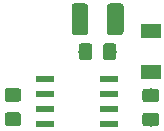
<source format=gbr>
G04 #@! TF.GenerationSoftware,KiCad,Pcbnew,5.0.0*
G04 #@! TF.CreationDate,2018-08-13T16:41:50-03:00*
G04 #@! TF.ProjectId,drv18,64727631382E6B696361645F70636200,rev?*
G04 #@! TF.SameCoordinates,Original*
G04 #@! TF.FileFunction,Paste,Bot*
G04 #@! TF.FilePolarity,Positive*
%FSLAX46Y46*%
G04 Gerber Fmt 4.6, Leading zero omitted, Abs format (unit mm)*
G04 Created by KiCad (PCBNEW 5.0.0) date Mon Aug 13 16:41:50 2018*
%MOMM*%
%LPD*%
G01*
G04 APERTURE LIST*
%ADD10R,1.700000X1.300000*%
%ADD11C,0.100000*%
%ADD12C,1.150000*%
%ADD13C,1.425000*%
%ADD14R,1.550000X0.600000*%
G04 APERTURE END LIST*
D10*
G04 #@! TO.C,D102*
X163000000Y-89000000D03*
X163000000Y-85500000D03*
G04 #@! TD*
D11*
G04 #@! TO.C,C103*
G36*
X163474505Y-90376204D02*
X163498773Y-90379804D01*
X163522572Y-90385765D01*
X163545671Y-90394030D01*
X163567850Y-90404520D01*
X163588893Y-90417132D01*
X163608599Y-90431747D01*
X163626777Y-90448223D01*
X163643253Y-90466401D01*
X163657868Y-90486107D01*
X163670480Y-90507150D01*
X163680970Y-90529329D01*
X163689235Y-90552428D01*
X163695196Y-90576227D01*
X163698796Y-90600495D01*
X163700000Y-90624999D01*
X163700000Y-91275001D01*
X163698796Y-91299505D01*
X163695196Y-91323773D01*
X163689235Y-91347572D01*
X163680970Y-91370671D01*
X163670480Y-91392850D01*
X163657868Y-91413893D01*
X163643253Y-91433599D01*
X163626777Y-91451777D01*
X163608599Y-91468253D01*
X163588893Y-91482868D01*
X163567850Y-91495480D01*
X163545671Y-91505970D01*
X163522572Y-91514235D01*
X163498773Y-91520196D01*
X163474505Y-91523796D01*
X163450001Y-91525000D01*
X162549999Y-91525000D01*
X162525495Y-91523796D01*
X162501227Y-91520196D01*
X162477428Y-91514235D01*
X162454329Y-91505970D01*
X162432150Y-91495480D01*
X162411107Y-91482868D01*
X162391401Y-91468253D01*
X162373223Y-91451777D01*
X162356747Y-91433599D01*
X162342132Y-91413893D01*
X162329520Y-91392850D01*
X162319030Y-91370671D01*
X162310765Y-91347572D01*
X162304804Y-91323773D01*
X162301204Y-91299505D01*
X162300000Y-91275001D01*
X162300000Y-90624999D01*
X162301204Y-90600495D01*
X162304804Y-90576227D01*
X162310765Y-90552428D01*
X162319030Y-90529329D01*
X162329520Y-90507150D01*
X162342132Y-90486107D01*
X162356747Y-90466401D01*
X162373223Y-90448223D01*
X162391401Y-90431747D01*
X162411107Y-90417132D01*
X162432150Y-90404520D01*
X162454329Y-90394030D01*
X162477428Y-90385765D01*
X162501227Y-90379804D01*
X162525495Y-90376204D01*
X162549999Y-90375000D01*
X163450001Y-90375000D01*
X163474505Y-90376204D01*
X163474505Y-90376204D01*
G37*
D12*
X163000000Y-90950000D03*
D11*
G36*
X163474505Y-92426204D02*
X163498773Y-92429804D01*
X163522572Y-92435765D01*
X163545671Y-92444030D01*
X163567850Y-92454520D01*
X163588893Y-92467132D01*
X163608599Y-92481747D01*
X163626777Y-92498223D01*
X163643253Y-92516401D01*
X163657868Y-92536107D01*
X163670480Y-92557150D01*
X163680970Y-92579329D01*
X163689235Y-92602428D01*
X163695196Y-92626227D01*
X163698796Y-92650495D01*
X163700000Y-92674999D01*
X163700000Y-93325001D01*
X163698796Y-93349505D01*
X163695196Y-93373773D01*
X163689235Y-93397572D01*
X163680970Y-93420671D01*
X163670480Y-93442850D01*
X163657868Y-93463893D01*
X163643253Y-93483599D01*
X163626777Y-93501777D01*
X163608599Y-93518253D01*
X163588893Y-93532868D01*
X163567850Y-93545480D01*
X163545671Y-93555970D01*
X163522572Y-93564235D01*
X163498773Y-93570196D01*
X163474505Y-93573796D01*
X163450001Y-93575000D01*
X162549999Y-93575000D01*
X162525495Y-93573796D01*
X162501227Y-93570196D01*
X162477428Y-93564235D01*
X162454329Y-93555970D01*
X162432150Y-93545480D01*
X162411107Y-93532868D01*
X162391401Y-93518253D01*
X162373223Y-93501777D01*
X162356747Y-93483599D01*
X162342132Y-93463893D01*
X162329520Y-93442850D01*
X162319030Y-93420671D01*
X162310765Y-93397572D01*
X162304804Y-93373773D01*
X162301204Y-93349505D01*
X162300000Y-93325001D01*
X162300000Y-92674999D01*
X162301204Y-92650495D01*
X162304804Y-92626227D01*
X162310765Y-92602428D01*
X162319030Y-92579329D01*
X162329520Y-92557150D01*
X162342132Y-92536107D01*
X162356747Y-92516401D01*
X162373223Y-92498223D01*
X162391401Y-92481747D01*
X162411107Y-92467132D01*
X162432150Y-92454520D01*
X162454329Y-92444030D01*
X162477428Y-92435765D01*
X162501227Y-92429804D01*
X162525495Y-92426204D01*
X162549999Y-92425000D01*
X163450001Y-92425000D01*
X163474505Y-92426204D01*
X163474505Y-92426204D01*
G37*
D12*
X163000000Y-93000000D03*
G04 #@! TD*
D11*
G04 #@! TO.C,C104*
G36*
X157824505Y-86551204D02*
X157848773Y-86554804D01*
X157872572Y-86560765D01*
X157895671Y-86569030D01*
X157917850Y-86579520D01*
X157938893Y-86592132D01*
X157958599Y-86606747D01*
X157976777Y-86623223D01*
X157993253Y-86641401D01*
X158007868Y-86661107D01*
X158020480Y-86682150D01*
X158030970Y-86704329D01*
X158039235Y-86727428D01*
X158045196Y-86751227D01*
X158048796Y-86775495D01*
X158050000Y-86799999D01*
X158050000Y-87700001D01*
X158048796Y-87724505D01*
X158045196Y-87748773D01*
X158039235Y-87772572D01*
X158030970Y-87795671D01*
X158020480Y-87817850D01*
X158007868Y-87838893D01*
X157993253Y-87858599D01*
X157976777Y-87876777D01*
X157958599Y-87893253D01*
X157938893Y-87907868D01*
X157917850Y-87920480D01*
X157895671Y-87930970D01*
X157872572Y-87939235D01*
X157848773Y-87945196D01*
X157824505Y-87948796D01*
X157800001Y-87950000D01*
X157149999Y-87950000D01*
X157125495Y-87948796D01*
X157101227Y-87945196D01*
X157077428Y-87939235D01*
X157054329Y-87930970D01*
X157032150Y-87920480D01*
X157011107Y-87907868D01*
X156991401Y-87893253D01*
X156973223Y-87876777D01*
X156956747Y-87858599D01*
X156942132Y-87838893D01*
X156929520Y-87817850D01*
X156919030Y-87795671D01*
X156910765Y-87772572D01*
X156904804Y-87748773D01*
X156901204Y-87724505D01*
X156900000Y-87700001D01*
X156900000Y-86799999D01*
X156901204Y-86775495D01*
X156904804Y-86751227D01*
X156910765Y-86727428D01*
X156919030Y-86704329D01*
X156929520Y-86682150D01*
X156942132Y-86661107D01*
X156956747Y-86641401D01*
X156973223Y-86623223D01*
X156991401Y-86606747D01*
X157011107Y-86592132D01*
X157032150Y-86579520D01*
X157054329Y-86569030D01*
X157077428Y-86560765D01*
X157101227Y-86554804D01*
X157125495Y-86551204D01*
X157149999Y-86550000D01*
X157800001Y-86550000D01*
X157824505Y-86551204D01*
X157824505Y-86551204D01*
G37*
D12*
X157475000Y-87250000D03*
D11*
G36*
X159874505Y-86551204D02*
X159898773Y-86554804D01*
X159922572Y-86560765D01*
X159945671Y-86569030D01*
X159967850Y-86579520D01*
X159988893Y-86592132D01*
X160008599Y-86606747D01*
X160026777Y-86623223D01*
X160043253Y-86641401D01*
X160057868Y-86661107D01*
X160070480Y-86682150D01*
X160080970Y-86704329D01*
X160089235Y-86727428D01*
X160095196Y-86751227D01*
X160098796Y-86775495D01*
X160100000Y-86799999D01*
X160100000Y-87700001D01*
X160098796Y-87724505D01*
X160095196Y-87748773D01*
X160089235Y-87772572D01*
X160080970Y-87795671D01*
X160070480Y-87817850D01*
X160057868Y-87838893D01*
X160043253Y-87858599D01*
X160026777Y-87876777D01*
X160008599Y-87893253D01*
X159988893Y-87907868D01*
X159967850Y-87920480D01*
X159945671Y-87930970D01*
X159922572Y-87939235D01*
X159898773Y-87945196D01*
X159874505Y-87948796D01*
X159850001Y-87950000D01*
X159199999Y-87950000D01*
X159175495Y-87948796D01*
X159151227Y-87945196D01*
X159127428Y-87939235D01*
X159104329Y-87930970D01*
X159082150Y-87920480D01*
X159061107Y-87907868D01*
X159041401Y-87893253D01*
X159023223Y-87876777D01*
X159006747Y-87858599D01*
X158992132Y-87838893D01*
X158979520Y-87817850D01*
X158969030Y-87795671D01*
X158960765Y-87772572D01*
X158954804Y-87748773D01*
X158951204Y-87724505D01*
X158950000Y-87700001D01*
X158950000Y-86799999D01*
X158951204Y-86775495D01*
X158954804Y-86751227D01*
X158960765Y-86727428D01*
X158969030Y-86704329D01*
X158979520Y-86682150D01*
X158992132Y-86661107D01*
X159006747Y-86641401D01*
X159023223Y-86623223D01*
X159041401Y-86606747D01*
X159061107Y-86592132D01*
X159082150Y-86579520D01*
X159104329Y-86569030D01*
X159127428Y-86560765D01*
X159151227Y-86554804D01*
X159175495Y-86551204D01*
X159199999Y-86550000D01*
X159850001Y-86550000D01*
X159874505Y-86551204D01*
X159874505Y-86551204D01*
G37*
D12*
X159525000Y-87250000D03*
G04 #@! TD*
D11*
G04 #@! TO.C,C102*
G36*
X160474504Y-83176204D02*
X160498773Y-83179804D01*
X160522571Y-83185765D01*
X160545671Y-83194030D01*
X160567849Y-83204520D01*
X160588893Y-83217133D01*
X160608598Y-83231747D01*
X160626777Y-83248223D01*
X160643253Y-83266402D01*
X160657867Y-83286107D01*
X160670480Y-83307151D01*
X160680970Y-83329329D01*
X160689235Y-83352429D01*
X160695196Y-83376227D01*
X160698796Y-83400496D01*
X160700000Y-83425000D01*
X160700000Y-85575000D01*
X160698796Y-85599504D01*
X160695196Y-85623773D01*
X160689235Y-85647571D01*
X160680970Y-85670671D01*
X160670480Y-85692849D01*
X160657867Y-85713893D01*
X160643253Y-85733598D01*
X160626777Y-85751777D01*
X160608598Y-85768253D01*
X160588893Y-85782867D01*
X160567849Y-85795480D01*
X160545671Y-85805970D01*
X160522571Y-85814235D01*
X160498773Y-85820196D01*
X160474504Y-85823796D01*
X160450000Y-85825000D01*
X159525000Y-85825000D01*
X159500496Y-85823796D01*
X159476227Y-85820196D01*
X159452429Y-85814235D01*
X159429329Y-85805970D01*
X159407151Y-85795480D01*
X159386107Y-85782867D01*
X159366402Y-85768253D01*
X159348223Y-85751777D01*
X159331747Y-85733598D01*
X159317133Y-85713893D01*
X159304520Y-85692849D01*
X159294030Y-85670671D01*
X159285765Y-85647571D01*
X159279804Y-85623773D01*
X159276204Y-85599504D01*
X159275000Y-85575000D01*
X159275000Y-83425000D01*
X159276204Y-83400496D01*
X159279804Y-83376227D01*
X159285765Y-83352429D01*
X159294030Y-83329329D01*
X159304520Y-83307151D01*
X159317133Y-83286107D01*
X159331747Y-83266402D01*
X159348223Y-83248223D01*
X159366402Y-83231747D01*
X159386107Y-83217133D01*
X159407151Y-83204520D01*
X159429329Y-83194030D01*
X159452429Y-83185765D01*
X159476227Y-83179804D01*
X159500496Y-83176204D01*
X159525000Y-83175000D01*
X160450000Y-83175000D01*
X160474504Y-83176204D01*
X160474504Y-83176204D01*
G37*
D13*
X159987500Y-84500000D03*
D11*
G36*
X157499504Y-83176204D02*
X157523773Y-83179804D01*
X157547571Y-83185765D01*
X157570671Y-83194030D01*
X157592849Y-83204520D01*
X157613893Y-83217133D01*
X157633598Y-83231747D01*
X157651777Y-83248223D01*
X157668253Y-83266402D01*
X157682867Y-83286107D01*
X157695480Y-83307151D01*
X157705970Y-83329329D01*
X157714235Y-83352429D01*
X157720196Y-83376227D01*
X157723796Y-83400496D01*
X157725000Y-83425000D01*
X157725000Y-85575000D01*
X157723796Y-85599504D01*
X157720196Y-85623773D01*
X157714235Y-85647571D01*
X157705970Y-85670671D01*
X157695480Y-85692849D01*
X157682867Y-85713893D01*
X157668253Y-85733598D01*
X157651777Y-85751777D01*
X157633598Y-85768253D01*
X157613893Y-85782867D01*
X157592849Y-85795480D01*
X157570671Y-85805970D01*
X157547571Y-85814235D01*
X157523773Y-85820196D01*
X157499504Y-85823796D01*
X157475000Y-85825000D01*
X156550000Y-85825000D01*
X156525496Y-85823796D01*
X156501227Y-85820196D01*
X156477429Y-85814235D01*
X156454329Y-85805970D01*
X156432151Y-85795480D01*
X156411107Y-85782867D01*
X156391402Y-85768253D01*
X156373223Y-85751777D01*
X156356747Y-85733598D01*
X156342133Y-85713893D01*
X156329520Y-85692849D01*
X156319030Y-85670671D01*
X156310765Y-85647571D01*
X156304804Y-85623773D01*
X156301204Y-85599504D01*
X156300000Y-85575000D01*
X156300000Y-83425000D01*
X156301204Y-83400496D01*
X156304804Y-83376227D01*
X156310765Y-83352429D01*
X156319030Y-83329329D01*
X156329520Y-83307151D01*
X156342133Y-83286107D01*
X156356747Y-83266402D01*
X156373223Y-83248223D01*
X156391402Y-83231747D01*
X156411107Y-83217133D01*
X156432151Y-83204520D01*
X156454329Y-83194030D01*
X156477429Y-83185765D01*
X156501227Y-83179804D01*
X156525496Y-83176204D01*
X156550000Y-83175000D01*
X157475000Y-83175000D01*
X157499504Y-83176204D01*
X157499504Y-83176204D01*
G37*
D13*
X157012500Y-84500000D03*
G04 #@! TD*
D14*
G04 #@! TO.C,U101*
X159450000Y-89595000D03*
X159450000Y-90865000D03*
X159450000Y-92135000D03*
X159450000Y-93405000D03*
X154050000Y-93405000D03*
X154050000Y-92135000D03*
X154050000Y-90865000D03*
X154050000Y-89595000D03*
G04 #@! TD*
D11*
G04 #@! TO.C,R103*
G36*
X151800505Y-92396204D02*
X151824773Y-92399804D01*
X151848572Y-92405765D01*
X151871671Y-92414030D01*
X151893850Y-92424520D01*
X151914893Y-92437132D01*
X151934599Y-92451747D01*
X151952777Y-92468223D01*
X151969253Y-92486401D01*
X151983868Y-92506107D01*
X151996480Y-92527150D01*
X152006970Y-92549329D01*
X152015235Y-92572428D01*
X152021196Y-92596227D01*
X152024796Y-92620495D01*
X152026000Y-92644999D01*
X152026000Y-93295001D01*
X152024796Y-93319505D01*
X152021196Y-93343773D01*
X152015235Y-93367572D01*
X152006970Y-93390671D01*
X151996480Y-93412850D01*
X151983868Y-93433893D01*
X151969253Y-93453599D01*
X151952777Y-93471777D01*
X151934599Y-93488253D01*
X151914893Y-93502868D01*
X151893850Y-93515480D01*
X151871671Y-93525970D01*
X151848572Y-93534235D01*
X151824773Y-93540196D01*
X151800505Y-93543796D01*
X151776001Y-93545000D01*
X150875999Y-93545000D01*
X150851495Y-93543796D01*
X150827227Y-93540196D01*
X150803428Y-93534235D01*
X150780329Y-93525970D01*
X150758150Y-93515480D01*
X150737107Y-93502868D01*
X150717401Y-93488253D01*
X150699223Y-93471777D01*
X150682747Y-93453599D01*
X150668132Y-93433893D01*
X150655520Y-93412850D01*
X150645030Y-93390671D01*
X150636765Y-93367572D01*
X150630804Y-93343773D01*
X150627204Y-93319505D01*
X150626000Y-93295001D01*
X150626000Y-92644999D01*
X150627204Y-92620495D01*
X150630804Y-92596227D01*
X150636765Y-92572428D01*
X150645030Y-92549329D01*
X150655520Y-92527150D01*
X150668132Y-92506107D01*
X150682747Y-92486401D01*
X150699223Y-92468223D01*
X150717401Y-92451747D01*
X150737107Y-92437132D01*
X150758150Y-92424520D01*
X150780329Y-92414030D01*
X150803428Y-92405765D01*
X150827227Y-92399804D01*
X150851495Y-92396204D01*
X150875999Y-92395000D01*
X151776001Y-92395000D01*
X151800505Y-92396204D01*
X151800505Y-92396204D01*
G37*
D12*
X151326000Y-92970000D03*
D11*
G36*
X151800505Y-90346204D02*
X151824773Y-90349804D01*
X151848572Y-90355765D01*
X151871671Y-90364030D01*
X151893850Y-90374520D01*
X151914893Y-90387132D01*
X151934599Y-90401747D01*
X151952777Y-90418223D01*
X151969253Y-90436401D01*
X151983868Y-90456107D01*
X151996480Y-90477150D01*
X152006970Y-90499329D01*
X152015235Y-90522428D01*
X152021196Y-90546227D01*
X152024796Y-90570495D01*
X152026000Y-90594999D01*
X152026000Y-91245001D01*
X152024796Y-91269505D01*
X152021196Y-91293773D01*
X152015235Y-91317572D01*
X152006970Y-91340671D01*
X151996480Y-91362850D01*
X151983868Y-91383893D01*
X151969253Y-91403599D01*
X151952777Y-91421777D01*
X151934599Y-91438253D01*
X151914893Y-91452868D01*
X151893850Y-91465480D01*
X151871671Y-91475970D01*
X151848572Y-91484235D01*
X151824773Y-91490196D01*
X151800505Y-91493796D01*
X151776001Y-91495000D01*
X150875999Y-91495000D01*
X150851495Y-91493796D01*
X150827227Y-91490196D01*
X150803428Y-91484235D01*
X150780329Y-91475970D01*
X150758150Y-91465480D01*
X150737107Y-91452868D01*
X150717401Y-91438253D01*
X150699223Y-91421777D01*
X150682747Y-91403599D01*
X150668132Y-91383893D01*
X150655520Y-91362850D01*
X150645030Y-91340671D01*
X150636765Y-91317572D01*
X150630804Y-91293773D01*
X150627204Y-91269505D01*
X150626000Y-91245001D01*
X150626000Y-90594999D01*
X150627204Y-90570495D01*
X150630804Y-90546227D01*
X150636765Y-90522428D01*
X150645030Y-90499329D01*
X150655520Y-90477150D01*
X150668132Y-90456107D01*
X150682747Y-90436401D01*
X150699223Y-90418223D01*
X150717401Y-90401747D01*
X150737107Y-90387132D01*
X150758150Y-90374520D01*
X150780329Y-90364030D01*
X150803428Y-90355765D01*
X150827227Y-90349804D01*
X150851495Y-90346204D01*
X150875999Y-90345000D01*
X151776001Y-90345000D01*
X151800505Y-90346204D01*
X151800505Y-90346204D01*
G37*
D12*
X151326000Y-90920000D03*
G04 #@! TD*
M02*

</source>
